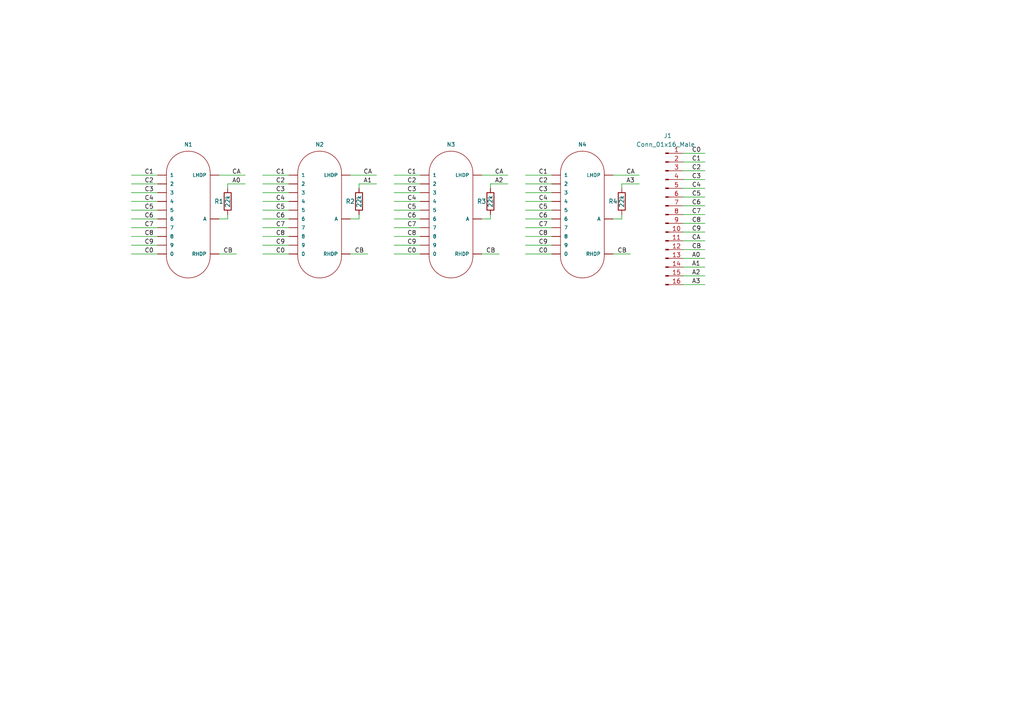
<source format=kicad_sch>
(kicad_sch (version 20230121) (generator eeschema)
  (paper "A4")
  (lib_symbols
    (symbol "Connector:Conn_01x16_Male" (pin_names (offset 1.016) hide)
      (property "Reference" "J" (at 0 20.32 0))
      (property "Value" "Conn_01x16_Male" (at 0 -22.86 0))
      (symbol "Conn_01x16_Male_1_1"
        (polyline (pts (xy 1.27 -20.32) (xy 0.8636 -20.32)) (stroke (width 0.1524)))
        (polyline (pts (xy 1.27 -17.78) (xy 0.8636 -17.78)) (stroke (width 0.1524)))
        (polyline (pts (xy 1.27 -15.24) (xy 0.8636 -15.24)) (stroke (width 0.1524)))
        (polyline (pts (xy 1.27 -12.7) (xy 0.8636 -12.7)) (stroke (width 0.1524)))
        (polyline (pts (xy 1.27 -10.16) (xy 0.8636 -10.16)) (stroke (width 0.1524)))
        (polyline (pts (xy 1.27 -7.62) (xy 0.8636 -7.62)) (stroke (width 0.1524)))
        (polyline (pts (xy 1.27 -5.08) (xy 0.8636 -5.08)) (stroke (width 0.1524)))
        (polyline (pts (xy 1.27 -2.54) (xy 0.8636 -2.54)) (stroke (width 0.1524)))
        (polyline (pts (xy 1.27 0) (xy 0.8636 0)) (stroke (width 0.1524)))
        (polyline (pts (xy 1.27 2.54) (xy 0.8636 2.54)) (stroke (width 0.1524)))
        (polyline (pts (xy 1.27 5.08) (xy 0.8636 5.08)) (stroke (width 0.1524)))
        (polyline (pts (xy 1.27 7.62) (xy 0.8636 7.62)) (stroke (width 0.1524)))
        (polyline (pts (xy 1.27 10.16) (xy 0.8636 10.16)) (stroke (width 0.1524)))
        (polyline (pts (xy 1.27 12.7) (xy 0.8636 12.7)) (stroke (width 0.1524)))
        (polyline (pts (xy 1.27 15.24) (xy 0.8636 15.24)) (stroke (width 0.1524)))
        (polyline (pts (xy 1.27 17.78) (xy 0.8636 17.78)) (stroke (width 0.1524)))
        (rectangle (start 0.8636 -20.193) (end 0 -20.447) (stroke (width 0.1524)) (fill (type outline)))
        (rectangle (start 0.8636 -17.653) (end 0 -17.907) (stroke (width 0.1524)) (fill (type outline)))
        (rectangle (start 0.8636 -15.113) (end 0 -15.367) (stroke (width 0.1524)) (fill (type outline)))
        (rectangle (start 0.8636 -12.573) (end 0 -12.827) (stroke (width 0.1524)) (fill (type outline)))
        (rectangle (start 0.8636 -10.033) (end 0 -10.287) (stroke (width 0.1524)) (fill (type outline)))
        (rectangle (start 0.8636 -7.493) (end 0 -7.747) (stroke (width 0.1524)) (fill (type outline)))
        (rectangle (start 0.8636 -4.953) (end 0 -5.207) (stroke (width 0.1524)) (fill (type outline)))
        (rectangle (start 0.8636 -2.413) (end 0 -2.667) (stroke (width 0.1524)) (fill (type outline)))
        (rectangle (start 0.8636 0.127) (end 0 -0.127) (stroke (width 0.1524)) (fill (type outline)))
        (rectangle (start 0.8636 2.667) (end 0 2.413) (stroke (width 0.1524)) (fill (type outline)))
        (rectangle (start 0.8636 5.207) (end 0 4.953) (stroke (width 0.1524)) (fill (type outline)))
        (rectangle (start 0.8636 7.747) (end 0 7.493) (stroke (width 0.1524)) (fill (type outline)))
        (rectangle (start 0.8636 10.287) (end 0 10.033) (stroke (width 0.1524)) (fill (type outline)))
        (rectangle (start 0.8636 12.827) (end 0 12.573) (stroke (width 0.1524)) (fill (type outline)))
        (rectangle (start 0.8636 15.367) (end 0 15.113) (stroke (width 0.1524)) (fill (type outline)))
        (rectangle (start 0.8636 17.907) (end 0 17.653) (stroke (width 0.1524)) (fill (type outline)))
        (pin passive line (at 5.08 17.78 180) (length 3.81) (name "Pin_1") (number "1"))
        (pin passive line (at 5.08 -5.08 180) (length 3.81) (name "Pin_10") (number "10"))
        (pin passive line (at 5.08 -7.62 180) (length 3.81) (name "Pin_11") (number "11"))
        (pin passive line (at 5.08 -10.16 180) (length 3.81) (name "Pin_12") (number "12"))
        (pin passive line (at 5.08 -12.7 180) (length 3.81) (name "Pin_13") (number "13"))
        (pin passive line (at 5.08 -15.24 180) (length 3.81) (name "Pin_14") (number "14"))
        (pin passive line (at 5.08 -17.78 180) (length 3.81) (name "Pin_15") (number "15"))
        (pin passive line (at 5.08 -20.32 180) (length 3.81) (name "Pin_16") (number "16"))
        (pin passive line (at 5.08 15.24 180) (length 3.81) (name "Pin_2") (number "2"))
        (pin passive line (at 5.08 12.7 180) (length 3.81) (name "Pin_3") (number "3"))
        (pin passive line (at 5.08 10.16 180) (length 3.81) (name "Pin_4") (number "4"))
        (pin passive line (at 5.08 7.62 180) (length 3.81) (name "Pin_5") (number "5"))
        (pin passive line (at 5.08 5.08 180) (length 3.81) (name "Pin_6") (number "6"))
        (pin passive line (at 5.08 2.54 180) (length 3.81) (name "Pin_7") (number "7"))
        (pin passive line (at 5.08 0 180) (length 3.81) (name "Pin_8") (number "8"))
        (pin passive line (at 5.08 -2.54 180) (length 3.81) (name "Pin_9") (number "9"))
      )
    )
    (symbol "Device:R" (pin_numbers hide) (pin_names (offset 0))
      (property "Reference" "R" (at 2.032 0 90))
      (property "Value" "R" (at 0 0 90))
      (symbol "R_0_1"
        (rectangle (start -1.016 -2.54) (end 1.016 2.54) (stroke (width 0.254)))
      )
      (symbol "R_1_1"
        (pin passive line (at 0 3.81 270) (length 1.27) (name "~") (number "1"))
        (pin passive line (at 0 -3.81 90) (length 1.27) (name "~") (number "2"))
      )
    )
    (symbol "nixies-us:IN-16" (pin_numbers hide) (pin_names (offset 1.016))
      (property "Reference" "N" (at -3.175 20.955 0))
      (symbol "IN-16_1_0"
        (polyline (pts (xy -5.08 -10.795) (xy -5.08 13.335)))
        (polyline (pts (xy 7.62 -10.795) (xy 7.62 13.335)))
      )
      (symbol "IN-16_1_1"
        (arc (start -5.08 -10.795) (mid 1.27 -17.1174) (end 7.62 -10.795))
        (arc (start 7.62 13.335) (mid 1.27 19.6574) (end -5.08 13.335))
        (pin bidirectional line (at -7.62 -10.16 0) (length 2.54) (name "0") (number "0"))
        (pin bidirectional line (at -7.62 12.7 0) (length 2.54) (name "1") (number "1"))
        (pin bidirectional line (at -7.62 10.16 0) (length 2.54) (name "2") (number "2"))
        (pin bidirectional line (at -7.62 7.62 0) (length 2.54) (name "3") (number "3"))
        (pin bidirectional line (at -7.62 5.08 0) (length 2.54) (name "4") (number "4"))
        (pin bidirectional line (at -7.62 2.54 0) (length 2.54) (name "5") (number "5"))
        (pin bidirectional line (at -7.62 0 0) (length 2.54) (name "6") (number "6"))
        (pin bidirectional line (at -7.62 -2.54 0) (length 2.54) (name "7") (number "7"))
        (pin bidirectional line (at -7.62 -5.08 0) (length 2.54) (name "8") (number "8"))
        (pin bidirectional line (at -7.62 -7.62 0) (length 2.54) (name "9") (number "9"))
        (pin bidirectional line (at 10.16 0 180) (length 2.54) (name "A") (number "A"))
        (pin bidirectional line (at 10.16 12.7 180) (length 2.54) (name "LHDP") (number "LHDP"))
        (pin bidirectional line (at 10.16 -10.16 180) (length 2.54) (name "RHDP") (number "RHDP"))
      )
    )
  )
  (wire (pts (xy 198.12 74.93) (xy 204.47 74.93)))
  (wire (pts (xy 152.4 55.88) (xy 160.02 55.88)))
  (wire (pts (xy 180.34 54.61) (xy 180.34 53.34)))
  (wire (pts (xy 198.12 44.45) (xy 204.47 44.45)))
  (wire (pts (xy 152.4 53.34) (xy 160.02 53.34)))
  (wire (pts (xy 198.12 64.77) (xy 204.47 64.77)))
  (wire (pts (xy 114.3 63.5) (xy 121.92 63.5)))
  (wire (pts (xy 114.3 60.96) (xy 121.92 60.96)))
  (wire (pts (xy 198.12 82.55) (xy 204.47 82.55)))
  (wire (pts (xy 104.14 62.23) (xy 104.14 63.5)))
  (wire (pts (xy 198.12 57.15) (xy 204.47 57.15)))
  (wire (pts (xy 66.04 53.34) (xy 71.12 53.34)))
  (wire (pts (xy 198.12 52.07) (xy 204.47 52.07)))
  (wire (pts (xy 104.14 54.61) (xy 104.14 53.34)))
  (wire (pts (xy 152.4 60.96) (xy 160.02 60.96)))
  (wire (pts (xy 142.24 54.61) (xy 142.24 53.34)))
  (wire (pts (xy 180.34 63.5) (xy 177.8 63.5)))
  (wire (pts (xy 114.3 68.58) (xy 121.92 68.58)))
  (wire (pts (xy 38.1 53.34) (xy 45.72 53.34)))
  (wire (pts (xy 152.4 71.12) (xy 160.02 71.12)))
  (wire (pts (xy 114.3 71.12) (xy 121.92 71.12)))
  (wire (pts (xy 114.3 53.34) (xy 121.92 53.34)))
  (wire (pts (xy 76.2 71.12) (xy 83.82 71.12)))
  (wire (pts (xy 76.2 53.34) (xy 83.82 53.34)))
  (wire (pts (xy 38.1 55.88) (xy 45.72 55.88)))
  (wire (pts (xy 198.12 49.53) (xy 204.47 49.53)))
  (wire (pts (xy 114.3 50.8) (xy 121.92 50.8)))
  (wire (pts (xy 38.1 68.58) (xy 45.72 68.58)))
  (wire (pts (xy 38.1 50.8) (xy 45.72 50.8)))
  (wire (pts (xy 63.5 50.8) (xy 71.12 50.8)))
  (wire (pts (xy 63.5 73.66) (xy 68.58 73.66)))
  (wire (pts (xy 114.3 58.42) (xy 121.92 58.42)))
  (wire (pts (xy 104.14 53.34) (xy 109.22 53.34)))
  (wire (pts (xy 198.12 67.31) (xy 204.47 67.31)))
  (wire (pts (xy 142.24 63.5) (xy 139.7 63.5)))
  (wire (pts (xy 114.3 73.66) (xy 121.92 73.66)))
  (wire (pts (xy 198.12 72.39) (xy 204.47 72.39)))
  (wire (pts (xy 198.12 62.23) (xy 204.47 62.23)))
  (wire (pts (xy 76.2 66.04) (xy 83.82 66.04)))
  (wire (pts (xy 76.2 73.66) (xy 83.82 73.66)))
  (wire (pts (xy 66.04 63.5) (xy 63.5 63.5)))
  (wire (pts (xy 38.1 73.66) (xy 45.72 73.66)))
  (wire (pts (xy 101.6 50.8) (xy 109.22 50.8)))
  (wire (pts (xy 152.4 63.5) (xy 160.02 63.5)))
  (wire (pts (xy 198.12 80.01) (xy 204.47 80.01)))
  (wire (pts (xy 152.4 68.58) (xy 160.02 68.58)))
  (wire (pts (xy 114.3 55.88) (xy 121.92 55.88)))
  (wire (pts (xy 38.1 60.96) (xy 45.72 60.96)))
  (wire (pts (xy 139.7 50.8) (xy 147.32 50.8)))
  (wire (pts (xy 76.2 68.58) (xy 83.82 68.58)))
  (wire (pts (xy 152.4 66.04) (xy 160.02 66.04)))
  (wire (pts (xy 152.4 73.66) (xy 160.02 73.66)))
  (wire (pts (xy 198.12 46.99) (xy 204.47 46.99)))
  (wire (pts (xy 66.04 54.61) (xy 66.04 53.34)))
  (wire (pts (xy 142.24 53.34) (xy 147.32 53.34)))
  (wire (pts (xy 76.2 50.8) (xy 83.82 50.8)))
  (wire (pts (xy 66.04 62.23) (xy 66.04 63.5)))
  (wire (pts (xy 152.4 50.8) (xy 160.02 50.8)))
  (wire (pts (xy 177.8 73.66) (xy 182.88 73.66)))
  (wire (pts (xy 38.1 66.04) (xy 45.72 66.04)))
  (wire (pts (xy 198.12 59.69) (xy 204.47 59.69)))
  (wire (pts (xy 114.3 66.04) (xy 121.92 66.04)))
  (wire (pts (xy 198.12 69.85) (xy 204.47 69.85)))
  (wire (pts (xy 198.12 54.61) (xy 204.47 54.61)))
  (wire (pts (xy 38.1 71.12) (xy 45.72 71.12)))
  (wire (pts (xy 139.7 73.66) (xy 144.78 73.66)))
  (wire (pts (xy 76.2 58.42) (xy 83.82 58.42)))
  (wire (pts (xy 76.2 60.96) (xy 83.82 60.96)))
  (wire (pts (xy 38.1 63.5) (xy 45.72 63.5)))
  (wire (pts (xy 76.2 63.5) (xy 83.82 63.5)))
  (wire (pts (xy 180.34 53.34) (xy 185.42 53.34)))
  (wire (pts (xy 177.8 50.8) (xy 185.42 50.8)))
  (wire (pts (xy 198.12 77.47) (xy 204.47 77.47)))
  (wire (pts (xy 104.14 63.5) (xy 101.6 63.5)))
  (wire (pts (xy 142.24 62.23) (xy 142.24 63.5)))
  (wire (pts (xy 152.4 58.42) (xy 160.02 58.42)))
  (wire (pts (xy 76.2 55.88) (xy 83.82 55.88)))
  (wire (pts (xy 101.6 73.66) (xy 106.68 73.66)))
  (wire (pts (xy 38.1 58.42) (xy 45.72 58.42)))
  (wire (pts (xy 180.34 62.23) (xy 180.34 63.5)))
  (label "C0" (at 118.11 73.66 0))
  (label "C2" (at 156.21 53.34 0))
  (label "C3" (at 41.91 55.88 0))
  (label "A0" (at 200.66 74.93 0))
  (label "C6" (at 80.01 63.5 0))
  (label "A0" (at 67.31 53.34 0))
  (label "C5" (at 80.01 60.96 0))
  (label "C7" (at 41.91 66.04 0))
  (label "C4" (at 200.66 54.61 0))
  (label "A3" (at 181.61 53.34 0))
  (label "A1" (at 105.41 53.34 0))
  (label "C5" (at 41.91 60.96 0))
  (label "C1" (at 200.66 46.99 0))
  (label "C3" (at 200.66 52.07 0))
  (label "A3" (at 200.66 82.55 0))
  (label "C5" (at 156.21 60.96 0))
  (label "CB" (at 140.97 73.66 0))
  (label "C6" (at 200.66 59.69 0))
  (label "C2" (at 200.66 49.53 0))
  (label "C9" (at 156.21 71.12 0))
  (label "C1" (at 80.01 50.8 0))
  (label "C1" (at 118.11 50.8 0))
  (label "CA" (at 181.61 50.8 0))
  (label "C9" (at 200.66 67.31 0))
  (label "C4" (at 80.01 58.42 0))
  (label "C3" (at 118.11 55.88 0))
  (label "C7" (at 118.11 66.04 0))
  (label "C3" (at 80.01 55.88 0))
  (label "C8" (at 41.91 68.58 0))
  (label "C2" (at 118.11 53.34 0))
  (label "CA" (at 143.51 50.8 0))
  (label "CB" (at 200.66 72.39 0))
  (label "C4" (at 41.91 58.42 0))
  (label "A1" (at 200.66 77.47 0))
  (label "C7" (at 200.66 62.23 0))
  (label "A2" (at 200.66 80.01 0))
  (label "A2" (at 143.51 53.34 0))
  (label "C0" (at 200.66 44.45 0))
  (label "C6" (at 118.11 63.5 0))
  (label "C4" (at 118.11 58.42 0))
  (label "C1" (at 41.91 50.8 0))
  (label "CA" (at 105.41 50.8 0))
  (label "C7" (at 80.01 66.04 0))
  (label "C1" (at 156.21 50.8 0))
  (label "C2" (at 41.91 53.34 0))
  (label "C0" (at 156.21 73.66 0))
  (label "C9" (at 41.91 71.12 0))
  (label "C8" (at 156.21 68.58 0))
  (label "C9" (at 118.11 71.12 0))
  (label "C2" (at 80.01 53.34 0))
  (label "C8" (at 80.01 68.58 0))
  (label "C3" (at 156.21 55.88 0))
  (label "C8" (at 118.11 68.58 0))
  (label "C0" (at 80.01 73.66 0))
  (label "CA" (at 200.66 69.85 0))
  (label "C6" (at 41.91 63.5 0))
  (label "C5" (at 118.11 60.96 0))
  (label "CB" (at 179.07 73.66 0))
  (label "C5" (at 200.66 57.15 0))
  (label "C6" (at 156.21 63.5 0))
  (label "CB" (at 102.87 73.66 0))
  (label "C7" (at 156.21 66.04 0))
  (label "C8" (at 200.66 64.77 0))
  (label "CB" (at 64.77 73.66 0))
  (label "C9" (at 80.01 71.12 0))
  (label "CA" (at 67.31 50.8 0))
  (label "C4" (at 156.21 58.42 0))
  (label "C0" (at 41.91 73.66 0))
  (symbol (lib_id "Connector:Conn_01x16_Male") (at 193.04 62.23 0) (unit 1)
    (property "Reference" "J1" (at 193.675 39.37 0))
    (property "Value" "Conn_01x16_Male" (at 193.04 41.91 0))
    (property "Footprint" "Connector_PinHeader_2.54mm:PinHeader_1x16_P2.54mm_Vertical" (effects hide))
  )
  (symbol (lib_id "Device:R") (at 142.24 58.42 180) (unit 1)
    (property "Reference" "R3" (at 139.7 58.42 0))
    (property "Value" "22k" (at 142.24 58.42 90))
    (property "Footprint" "Resistor_THT:R_Axial_DIN0207_L6.3mm_D2.5mm_P10.16mm_Horizontal" (effects hide))
  )
  (symbol (lib_id "Device:R") (at 66.04 58.42 180) (unit 1)
    (property "Reference" "R1" (at 63.5 58.42 0))
    (property "Value" "22k" (at 66.04 58.42 90))
    (property "Footprint" "Resistor_THT:R_Axial_DIN0207_L6.3mm_D2.5mm_P10.16mm_Horizontal" (effects hide))
  )
  (symbol (lib_id "nixies-us:IN-16") (at 91.44 63.5 0) (unit 1)
    (property "Reference" "N2" (at 92.71 41.91 0) (effects (font (size 1.143 1.143))))
    (property "Value" "IN-16" (effects hide))
    (property "Footprint" "nixies-us.mod:nixies-us-IN-16" (effects hide))
  )
  (symbol (lib_id "nixies-us:IN-16") (at 167.64 63.5 0) (unit 1)
    (property "Reference" "N4" (at 168.91 41.91 0) (effects (font (size 1.143 1.143))))
    (property "Value" "IN-16" (effects hide))
    (property "Footprint" "nixies-us.mod:nixies-us-IN-16" (effects hide))
  )
  (symbol (lib_id "nixies-us:IN-16") (at 53.34 63.5 0) (unit 1)
    (property "Reference" "N1" (at 54.61 41.91 0) (effects (font (size 1.143 1.143))))
    (property "Value" "IN-16" (effects hide))
    (property "Footprint" "nixies-us.mod:nixies-us-IN-16" (effects hide))
  )
  (symbol (lib_id "Device:R") (at 180.34 58.42 180) (unit 1)
    (property "Reference" "R4" (at 177.8 58.42 0))
    (property "Value" "22k" (at 180.34 58.42 90))
    (property "Footprint" "Resistor_THT:R_Axial_DIN0207_L6.3mm_D2.5mm_P10.16mm_Horizontal" (effects hide))
  )
  (symbol (lib_id "Device:R") (at 104.14 58.42 180) (unit 1)
    (property "Reference" "R2" (at 101.6 58.42 0))
    (property "Value" "22k" (at 104.14 58.42 90))
    (property "Footprint" "Resistor_THT:R_Axial_DIN0207_L6.3mm_D2.5mm_P10.16mm_Horizontal" (effects hide))
  )
  (symbol (lib_id "nixies-us:IN-16") (at 129.54 63.5 0) (unit 1)
    (property "Reference" "N3" (at 130.81 41.91 0) (effects (font (size 1.143 1.143))))
    (property "Value" "IN-16" (effects hide))
    (property "Footprint" "nixies-us.mod:nixies-us-IN-16" (effects hide))
  )
)
</source>
